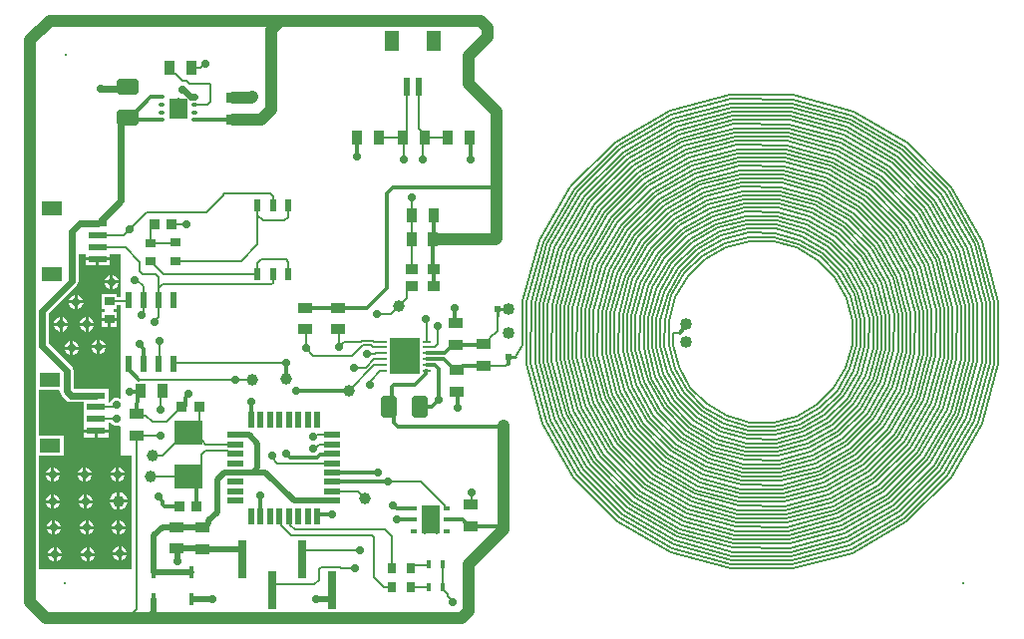
<source format=gtl>
G04*
G04 #@! TF.GenerationSoftware,Altium Limited,Altium Designer,23.7.1 (13)*
G04*
G04 Layer_Physical_Order=1*
G04 Layer_Color=255*
%FSLAX25Y25*%
%MOIN*%
G70*
G04*
G04 #@! TF.SameCoordinates,FE150CF2-D92F-4AEA-AE3F-07D5F2836877*
G04*
G04*
G04 #@! TF.FilePolarity,Positive*
G04*
G01*
G75*
%ADD10C,0.01000*%
%ADD15R,0.02400X0.02200*%
%ADD16R,0.04921X0.03347*%
%ADD17R,0.03347X0.04921*%
%ADD18R,0.01997X0.05756*%
%ADD19R,0.05756X0.01997*%
%ADD20R,0.09449X0.07874*%
%ADD21R,0.01811X0.04331*%
%ADD22R,0.02500X0.13156*%
%ADD23R,0.02197X0.04156*%
%ADD24R,0.04724X0.07087*%
%ADD25R,0.02362X0.06102*%
G04:AMPARAMS|DCode=26|XSize=55.12mil|YSize=70.87mil|CornerRadius=6.89mil|HoleSize=0mil|Usage=FLASHONLY|Rotation=180.000|XOffset=0mil|YOffset=0mil|HoleType=Round|Shape=RoundedRectangle|*
%AMROUNDEDRECTD26*
21,1,0.05512,0.05709,0,0,180.0*
21,1,0.04134,0.07087,0,0,180.0*
1,1,0.01378,-0.02067,0.02854*
1,1,0.01378,0.02067,0.02854*
1,1,0.01378,0.02067,-0.02854*
1,1,0.01378,-0.02067,-0.02854*
%
%ADD26ROUNDEDRECTD26*%
G04:AMPARAMS|DCode=27|XSize=55.12mil|YSize=70.87mil|CornerRadius=6.89mil|HoleSize=0mil|Usage=FLASHONLY|Rotation=270.000|XOffset=0mil|YOffset=0mil|HoleType=Round|Shape=RoundedRectangle|*
%AMROUNDEDRECTD27*
21,1,0.05512,0.05709,0,0,270.0*
21,1,0.04134,0.07087,0,0,270.0*
1,1,0.01378,-0.02854,-0.02067*
1,1,0.01378,-0.02854,0.02067*
1,1,0.01378,0.02854,0.02067*
1,1,0.01378,0.02854,-0.02067*
%
%ADD27ROUNDEDRECTD27*%
%ADD29R,0.02362X0.01575*%
%ADD30R,0.01600X0.02800*%
%ADD31R,0.06102X0.02362*%
%ADD32R,0.07087X0.04724*%
%ADD33R,0.04100X0.03700*%
G04:AMPARAMS|DCode=34|XSize=23.62mil|YSize=9.84mil|CornerRadius=1.23mil|HoleSize=0mil|Usage=FLASHONLY|Rotation=0.000|XOffset=0mil|YOffset=0mil|HoleType=Round|Shape=RoundedRectangle|*
%AMROUNDEDRECTD34*
21,1,0.02362,0.00738,0,0,0.0*
21,1,0.02116,0.00984,0,0,0.0*
1,1,0.00246,0.01058,-0.00369*
1,1,0.00246,-0.01058,-0.00369*
1,1,0.00246,-0.01058,0.00369*
1,1,0.00246,0.01058,0.00369*
%
%ADD34ROUNDEDRECTD34*%
%ADD35R,0.02197X0.05728*%
%ADD36R,0.02978X0.03200*%
%ADD37R,0.03200X0.02978*%
%ADD38R,0.03378X0.03200*%
%ADD61C,0.03937*%
%ADD62R,0.05906X0.06890*%
%ADD63O,0.02362X0.01181*%
%ADD64R,0.05906X0.09449*%
G04:AMPARAMS|DCode=65|XSize=102.36mil|YSize=118.11mil|CornerRadius=2.56mil|HoleSize=0mil|Usage=FLASHONLY|Rotation=0.000|XOffset=0mil|YOffset=0mil|HoleType=Round|Shape=RoundedRectangle|*
%AMROUNDEDRECTD65*
21,1,0.10236,0.11299,0,0,0.0*
21,1,0.09724,0.11811,0,0,0.0*
1,1,0.00512,0.04862,-0.05650*
1,1,0.00512,-0.04862,-0.05650*
1,1,0.00512,-0.04862,0.05650*
1,1,0.00512,0.04862,0.05650*
%
%ADD65ROUNDEDRECTD65*%
%ADD66C,0.01181*%
%ADD67C,0.01181*%
%ADD68C,0.00787*%
%ADD69C,0.00800*%
%ADD70C,0.03937*%
%ADD71C,0.00799*%
%ADD72C,0.01400*%
%ADD73C,0.02362*%
%ADD74C,0.01968*%
%ADD75C,0.01968*%
%ADD76C,0.02756*%
%ADD77C,0.04000*%
G36*
X33858Y121803D02*
Y111547D01*
X32521D01*
Y112615D01*
X27321D01*
Y107637D01*
X28321D01*
Y106537D01*
X27321D01*
Y104548D01*
X29921D01*
X32521D01*
Y106537D01*
X31521D01*
Y107637D01*
X32521D01*
Y108705D01*
X33858D01*
Y77910D01*
X33358Y77576D01*
X32847Y77787D01*
X31901D01*
X31027Y77425D01*
X30358Y76756D01*
X30095Y76122D01*
X29598D01*
Y80819D01*
X25762D01*
X25547Y80862D01*
X18010D01*
X17929Y80943D01*
Y86933D01*
X17929Y86933D01*
X17759Y87784D01*
X17277Y88506D01*
X17277Y88506D01*
X9704Y96079D01*
Y106012D01*
X19041Y115349D01*
X19041Y115349D01*
X19523Y116070D01*
X19692Y116921D01*
Y125984D01*
X21996D01*
Y124768D01*
X26047D01*
X30098D01*
Y125984D01*
X33858D01*
Y121803D01*
D02*
G37*
G36*
X13481Y80022D02*
X13650Y79171D01*
X14132Y78449D01*
X15516Y77065D01*
X15516Y77065D01*
X16238Y76583D01*
X17088Y76414D01*
X17088Y76414D01*
X21496D01*
Y72520D01*
Y68583D01*
Y67327D01*
X25547D01*
X29598D01*
Y69362D01*
X30550D01*
X31145Y68767D01*
X32019Y68405D01*
X32965D01*
X33358Y68568D01*
X33858Y68234D01*
Y58346D01*
X37575D01*
Y20472D01*
X6537D01*
Y58346D01*
X14736D01*
Y65071D01*
X6537D01*
Y80394D01*
X13174D01*
X13481Y80022D01*
D02*
G37*
%LPC*%
G36*
X30098Y123768D02*
X26547D01*
Y122087D01*
X30098D01*
Y123768D01*
D02*
G37*
G36*
X25547D02*
X21996D01*
Y122087D01*
X25547D01*
Y123768D01*
D02*
G37*
G36*
X31209Y118902D02*
Y117035D01*
X33075D01*
X32725Y117882D01*
X32056Y118551D01*
X31209Y118902D01*
D02*
G37*
G36*
X30209D02*
X29362Y118551D01*
X28693Y117882D01*
X28342Y117035D01*
X30209D01*
Y118902D01*
D02*
G37*
G36*
X33075Y116035D02*
X31209D01*
Y114169D01*
X32056Y114520D01*
X32725Y115188D01*
X33075Y116035D01*
D02*
G37*
G36*
X30209D02*
X28342D01*
X28693Y115188D01*
X29362Y114520D01*
X30209Y114169D01*
Y116035D01*
D02*
G37*
G36*
X19398Y112209D02*
Y110343D01*
X21264D01*
X20914Y111189D01*
X20245Y111858D01*
X19398Y112209D01*
D02*
G37*
G36*
X18398D02*
X17551Y111858D01*
X16882Y111189D01*
X16531Y110343D01*
X18398D01*
Y112209D01*
D02*
G37*
G36*
X21264Y109343D02*
X19398D01*
Y107476D01*
X20245Y107827D01*
X20914Y108495D01*
X21264Y109343D01*
D02*
G37*
G36*
X18398D02*
X16531D01*
X16882Y108495D01*
X17551Y107827D01*
X18398Y107476D01*
Y109343D01*
D02*
G37*
G36*
X22941Y104729D02*
Y102862D01*
X24808D01*
X24457Y103709D01*
X23788Y104378D01*
X22941Y104729D01*
D02*
G37*
G36*
X21941D02*
X21094Y104378D01*
X20425Y103709D01*
X20074Y102862D01*
X21941D01*
Y104729D01*
D02*
G37*
G36*
X14279D02*
Y102862D01*
X16146D01*
X15796Y103709D01*
X15126Y104378D01*
X14279Y104729D01*
D02*
G37*
G36*
X13280D02*
X12432Y104378D01*
X11764Y103709D01*
X11413Y102862D01*
X13280D01*
Y104729D01*
D02*
G37*
G36*
X32521Y103548D02*
X30421D01*
Y101559D01*
X32521D01*
Y103548D01*
D02*
G37*
G36*
X29421D02*
X27321D01*
Y101559D01*
X29421D01*
Y103548D01*
D02*
G37*
G36*
X24808Y101862D02*
X22941D01*
Y99995D01*
X23788Y100346D01*
X24457Y101015D01*
X24808Y101862D01*
D02*
G37*
G36*
X21941D02*
X20074D01*
X20425Y101015D01*
X21094Y100346D01*
X21941Y99995D01*
Y101862D01*
D02*
G37*
G36*
X16146D02*
X14279D01*
Y99995D01*
X15126Y100346D01*
X15796Y101015D01*
X16146Y101862D01*
D02*
G37*
G36*
X13280D02*
X11413D01*
X11764Y101015D01*
X12432Y100346D01*
X13280Y99995D01*
Y101862D01*
D02*
G37*
G36*
X26878Y97249D02*
Y95382D01*
X28745D01*
X28394Y96229D01*
X27725Y96898D01*
X26878Y97249D01*
D02*
G37*
G36*
X25878D02*
X25031Y96898D01*
X24362Y96229D01*
X24011Y95382D01*
X25878D01*
Y97249D01*
D02*
G37*
G36*
X17823Y96855D02*
Y94988D01*
X19690D01*
X19339Y95835D01*
X18670Y96504D01*
X17823Y96855D01*
D02*
G37*
G36*
X16823D02*
X15976Y96504D01*
X15307Y95835D01*
X14956Y94988D01*
X16823D01*
Y96855D01*
D02*
G37*
G36*
X28745Y94382D02*
X26878D01*
Y92515D01*
X27725Y92866D01*
X28394Y93535D01*
X28745Y94382D01*
D02*
G37*
G36*
X25878D02*
X24011D01*
X24362Y93535D01*
X25031Y92866D01*
X25878Y92515D01*
Y94382D01*
D02*
G37*
G36*
X19690Y93988D02*
X17823D01*
Y92121D01*
X18670Y92472D01*
X19339Y93141D01*
X19690Y93988D01*
D02*
G37*
G36*
X16823D02*
X14956D01*
X15307Y93141D01*
X15976Y92472D01*
X16823Y92121D01*
Y93988D01*
D02*
G37*
G36*
X29598Y66327D02*
X26047D01*
Y64646D01*
X29598D01*
Y66327D01*
D02*
G37*
G36*
X25047D02*
X21496D01*
Y64646D01*
X25047D01*
Y66327D01*
D02*
G37*
G36*
X33177Y54569D02*
Y52702D01*
X35044D01*
X34693Y53549D01*
X34024Y54218D01*
X33443Y54459D01*
D01*
X33177Y54569D01*
D02*
G37*
G36*
X32177D02*
X31330Y54218D01*
X30661Y53549D01*
X30310Y52702D01*
X32177D01*
Y54569D01*
D02*
G37*
G36*
X22153D02*
Y52702D01*
X24020D01*
X23670Y53549D01*
X23000Y54218D01*
X22153Y54569D01*
D02*
G37*
G36*
X21154D02*
X20306Y54218D01*
X19638Y53549D01*
X19287Y52702D01*
X21154D01*
Y54569D01*
D02*
G37*
G36*
X11524D02*
Y52702D01*
X13390D01*
X13039Y53549D01*
X12371Y54218D01*
X11524Y54569D01*
D02*
G37*
G36*
X10524D02*
X9677Y54218D01*
X9008Y53549D01*
X8657Y52702D01*
X10524D01*
Y54569D01*
D02*
G37*
G36*
X35044Y51702D02*
X33177D01*
Y49835D01*
X33443Y49945D01*
D01*
X34024Y50186D01*
X34693Y50855D01*
X35044Y51702D01*
D02*
G37*
G36*
X32177D02*
X30310D01*
X30661Y50855D01*
X31330Y50186D01*
X32177Y49835D01*
Y51702D01*
D02*
G37*
G36*
X24020D02*
X22153D01*
Y49835D01*
X23000Y50186D01*
X23670Y50855D01*
X24020Y51702D01*
D02*
G37*
G36*
X21154D02*
X19287D01*
X19638Y50855D01*
X20306Y50186D01*
X21154Y49835D01*
Y51702D01*
D02*
G37*
G36*
X13390D02*
X11524D01*
Y49835D01*
X12371Y50186D01*
X13039Y50855D01*
X13390Y51702D01*
D02*
G37*
G36*
X10524D02*
X8657D01*
X9008Y50855D01*
X9677Y50186D01*
X10524Y49835D01*
Y51702D01*
D02*
G37*
G36*
X33571Y46246D02*
Y43807D01*
X36010D01*
X35837Y44453D01*
X35446Y45130D01*
X34894Y45682D01*
X34217Y46073D01*
X33571Y46246D01*
D02*
G37*
G36*
X32571D02*
X31925Y46073D01*
X31248Y45682D01*
X30696Y45130D01*
X30305Y44453D01*
X30132Y43807D01*
X32571D01*
Y46246D01*
D02*
G37*
G36*
X22547Y45514D02*
Y43647D01*
X24414D01*
X24063Y44494D01*
X23394Y45163D01*
X22547Y45514D01*
D02*
G37*
G36*
X21547D02*
X20700Y45163D01*
X20031Y44494D01*
X19681Y43647D01*
X21547D01*
Y45514D01*
D02*
G37*
G36*
X11524D02*
Y43647D01*
X13390D01*
X13039Y44494D01*
X12371Y45163D01*
X11524Y45514D01*
D02*
G37*
G36*
X10524D02*
X9677Y45163D01*
X9008Y44494D01*
X8657Y43647D01*
X10524D01*
Y45514D01*
D02*
G37*
G36*
X24414Y42647D02*
X22547D01*
Y40780D01*
X23394Y41131D01*
X24063Y41800D01*
X24414Y42647D01*
D02*
G37*
G36*
X21547D02*
X19681D01*
X20031Y41800D01*
X20700Y41131D01*
X21547Y40780D01*
Y42647D01*
D02*
G37*
G36*
X13390D02*
X11524D01*
Y40780D01*
X12371Y41131D01*
X13039Y41800D01*
X13390Y42647D01*
D02*
G37*
G36*
X10524D02*
X8657D01*
X9008Y41800D01*
X9677Y41131D01*
X10524Y40780D01*
Y42647D01*
D02*
G37*
G36*
X36010Y42807D02*
X33571D01*
Y40368D01*
X34217Y40541D01*
X34894Y40932D01*
X35446Y41484D01*
X35837Y42161D01*
X36010Y42807D01*
D02*
G37*
G36*
X32571D02*
X30132D01*
X30305Y42161D01*
X30696Y41484D01*
X31248Y40932D01*
X31925Y40541D01*
X32571Y40368D01*
Y42807D01*
D02*
G37*
G36*
X33571Y36852D02*
Y34986D01*
X35438D01*
X35087Y35833D01*
X34418Y36502D01*
X33571Y36852D01*
D02*
G37*
G36*
X32571D02*
X31724Y36502D01*
X31055Y35833D01*
X30704Y34986D01*
X32571D01*
Y36852D01*
D02*
G37*
G36*
X22941D02*
Y34986D01*
X24808D01*
X24457Y35833D01*
X23788Y36502D01*
X22941Y36852D01*
D02*
G37*
G36*
X21941D02*
X21094Y36502D01*
X20425Y35833D01*
X20074Y34986D01*
X21941D01*
Y36852D01*
D02*
G37*
G36*
X11917D02*
Y34986D01*
X13784D01*
X13433Y35833D01*
X12764Y36502D01*
X11917Y36852D01*
D02*
G37*
G36*
X10917D02*
X10070Y36502D01*
X9401Y35833D01*
X9050Y34986D01*
X10917D01*
Y36852D01*
D02*
G37*
G36*
X35438Y33986D02*
X33571D01*
Y32119D01*
X34418Y32470D01*
X35087Y33138D01*
X35438Y33986D01*
D02*
G37*
G36*
X32571D02*
X30704D01*
X31055Y33138D01*
X31724Y32470D01*
X32571Y32119D01*
Y33986D01*
D02*
G37*
G36*
X24808D02*
X22941D01*
Y32119D01*
X23788Y32470D01*
X24457Y33138D01*
X24808Y33986D01*
D02*
G37*
G36*
X21941D02*
X20074D01*
X20425Y33138D01*
X21094Y32470D01*
X21941Y32119D01*
Y33986D01*
D02*
G37*
G36*
X13784D02*
X11917D01*
Y32119D01*
X12764Y32470D01*
X13433Y33138D01*
X13784Y33986D01*
D02*
G37*
G36*
X10917D02*
X9050D01*
X9401Y33138D01*
X10070Y32470D01*
X10917Y32119D01*
Y33986D01*
D02*
G37*
G36*
X33965Y28191D02*
Y26324D01*
X35831D01*
X35480Y27171D01*
X34812Y27840D01*
X33965Y28191D01*
D02*
G37*
G36*
X32965D02*
X32118Y27840D01*
X31449Y27171D01*
X31098Y26324D01*
X32965D01*
Y28191D01*
D02*
G37*
G36*
X23335Y27797D02*
Y25930D01*
X25201D01*
X24851Y26777D01*
X24182Y27446D01*
X23335Y27797D01*
D02*
G37*
G36*
X22335D02*
X21488Y27446D01*
X20819Y26777D01*
X20468Y25930D01*
X22335D01*
Y27797D01*
D02*
G37*
G36*
X12311D02*
Y25930D01*
X14178D01*
X13827Y26777D01*
X13158Y27446D01*
X12311Y27797D01*
D02*
G37*
G36*
X11311D02*
X10464Y27446D01*
X9795Y26777D01*
X9444Y25930D01*
X11311D01*
Y27797D01*
D02*
G37*
G36*
X35831Y25324D02*
X33965D01*
Y23457D01*
X34812Y23808D01*
X35480Y24477D01*
X35831Y25324D01*
D02*
G37*
G36*
X32965D02*
X31098D01*
X31449Y24477D01*
X32118Y23808D01*
X32965Y23457D01*
Y25324D01*
D02*
G37*
G36*
X25201Y24930D02*
X23335D01*
Y23064D01*
X24182Y23415D01*
X24851Y24083D01*
X25201Y24930D01*
D02*
G37*
G36*
X22335D02*
X20468D01*
X20819Y24083D01*
X21488Y23415D01*
X22335Y23064D01*
Y24930D01*
D02*
G37*
G36*
X14178D02*
X12311D01*
Y23064D01*
X13158Y23415D01*
X13827Y24083D01*
X14178Y24930D01*
D02*
G37*
G36*
X11311D02*
X9444D01*
X9795Y24083D01*
X10464Y23415D01*
X11311Y23064D01*
Y24930D01*
D02*
G37*
%LPD*%
D10*
X159611Y105266D02*
Y107547D01*
X163272D01*
X163285Y91547D02*
X165685D01*
D15*
X163285D02*
D03*
X159611Y107547D02*
D03*
D16*
X155118Y95768D02*
D03*
Y88484D02*
D03*
X95276Y100689D02*
D03*
Y107972D02*
D03*
X106299Y100689D02*
D03*
Y107972D02*
D03*
X146063Y79823D02*
D03*
Y87106D02*
D03*
X145669Y102854D02*
D03*
Y95571D02*
D03*
X52492Y27343D02*
D03*
Y34626D02*
D03*
X61122Y27327D02*
D03*
Y34610D02*
D03*
X38996Y72555D02*
D03*
Y65272D02*
D03*
X71437Y170988D02*
D03*
Y178272D02*
D03*
X150787Y42224D02*
D03*
Y34941D02*
D03*
D17*
X128248Y164961D02*
D03*
X135531D02*
D03*
X120177D02*
D03*
X112894D02*
D03*
X150492D02*
D03*
X143209D02*
D03*
X131150Y138957D02*
D03*
X138433D02*
D03*
X130968Y130972D02*
D03*
X138252D02*
D03*
X40547Y80079D02*
D03*
X47831D02*
D03*
X57268Y188126D02*
D03*
X49984D02*
D03*
D18*
X77362Y70602D02*
D03*
X80512D02*
D03*
X83661D02*
D03*
X86811D02*
D03*
X89961D02*
D03*
X93110D02*
D03*
X96260D02*
D03*
X99410D02*
D03*
Y38202D02*
D03*
X96260D02*
D03*
X93110D02*
D03*
X89961D02*
D03*
X86811D02*
D03*
X83661D02*
D03*
X80512D02*
D03*
X77362D02*
D03*
D19*
X104586Y65425D02*
D03*
Y62276D02*
D03*
Y59126D02*
D03*
Y55976D02*
D03*
Y52827D02*
D03*
Y49677D02*
D03*
Y46528D02*
D03*
Y43378D02*
D03*
X72186D02*
D03*
Y46528D02*
D03*
Y49677D02*
D03*
Y52827D02*
D03*
Y55976D02*
D03*
Y59126D02*
D03*
Y62276D02*
D03*
Y65425D02*
D03*
D20*
X56346Y66327D02*
D03*
Y51366D02*
D03*
D21*
X57480Y10433D02*
D03*
Y19488D02*
D03*
X44882Y10433D02*
D03*
Y19488D02*
D03*
D22*
X104547Y13565D02*
D03*
X94547Y23965D02*
D03*
X84547Y13565D02*
D03*
X74547Y23965D02*
D03*
D23*
X79528Y142209D02*
D03*
X84646D02*
D03*
X89764D02*
D03*
Y119209D02*
D03*
X84646D02*
D03*
X79528D02*
D03*
D24*
X124409Y197244D02*
D03*
X138583D02*
D03*
D25*
X129528Y181890D02*
D03*
X133465D02*
D03*
D26*
X133661Y74803D02*
D03*
X123425D02*
D03*
D27*
X36169Y171634D02*
D03*
Y181870D02*
D03*
D29*
X131890Y40945D02*
D03*
Y37008D02*
D03*
Y33071D02*
D03*
X142913D02*
D03*
Y37008D02*
D03*
Y40945D02*
D03*
D30*
X136626Y14567D02*
D03*
X141326D02*
D03*
X136626Y22047D02*
D03*
X141326D02*
D03*
D31*
X25547Y78638D02*
D03*
Y74701D02*
D03*
Y70764D02*
D03*
Y66827D02*
D03*
X26047Y136079D02*
D03*
Y132142D02*
D03*
Y128205D02*
D03*
Y124268D02*
D03*
D32*
X10193Y83756D02*
D03*
Y61709D02*
D03*
X10693Y141197D02*
D03*
Y119150D02*
D03*
D33*
X138287Y115260D02*
D03*
X131004D02*
D03*
Y120960D02*
D03*
X138287D02*
D03*
D34*
X136221Y92716D02*
D03*
Y86811D02*
D03*
Y88779D02*
D03*
Y90748D02*
D03*
Y94685D02*
D03*
Y96653D02*
D03*
X121260Y86811D02*
D03*
Y88779D02*
D03*
Y90748D02*
D03*
Y92716D02*
D03*
Y94685D02*
D03*
Y96653D02*
D03*
D35*
X36354Y89203D02*
D03*
X41354D02*
D03*
X46354D02*
D03*
X51354D02*
D03*
Y110631D02*
D03*
X46354D02*
D03*
X41354D02*
D03*
X36354D02*
D03*
D36*
X130598Y14567D02*
D03*
X124520D02*
D03*
X130598Y20866D02*
D03*
X124520D02*
D03*
D37*
X51925Y129744D02*
D03*
Y123666D02*
D03*
X29921Y104048D02*
D03*
Y110126D02*
D03*
X43728Y123532D02*
D03*
Y129610D02*
D03*
D38*
X59926Y74803D02*
D03*
X54248D02*
D03*
X59138Y41339D02*
D03*
X53460D02*
D03*
X50871Y135827D02*
D03*
X45193D02*
D03*
D61*
X115354Y44094D02*
D03*
X33071Y43307D02*
D03*
X126772Y108661D02*
D03*
X110004Y80315D02*
D03*
X44488Y58661D02*
D03*
X43701Y51575D02*
D03*
X77870Y83854D02*
D03*
X89098Y84110D02*
D03*
D62*
X52941Y174583D02*
D03*
D63*
X47429Y170744D02*
D03*
Y173303D02*
D03*
Y175862D02*
D03*
Y178421D02*
D03*
X58453D02*
D03*
Y175862D02*
D03*
Y173303D02*
D03*
Y170744D02*
D03*
D64*
X137402Y37008D02*
D03*
D65*
X128740Y91732D02*
D03*
D66*
X15157Y15748D02*
D03*
X315354D02*
D03*
X15264Y192642D02*
D03*
X132849Y91767D02*
D03*
X124606Y91732D02*
D03*
X128740Y86811D02*
D03*
Y96653D02*
D03*
D67*
X150492Y164961D02*
X150640Y164813D01*
Y157628D02*
Y164813D01*
Y157628D02*
X150787Y157480D01*
X163285Y89259D02*
Y91547D01*
X126378Y68110D02*
X161231D01*
X125000Y69488D02*
X126378Y68110D01*
X161231D02*
X161744Y68624D01*
X161520Y57027D02*
X161744D01*
X125000Y69488D02*
Y73228D01*
X123425Y74803D02*
X125000Y73228D01*
X136221Y90748D02*
X141634D01*
X145276Y87106D01*
X148228Y88484D02*
X155118D01*
X145669Y95571D02*
X154921D01*
X136221Y92716D02*
X142028D01*
X144882Y95571D01*
X145276Y103248D02*
Y107874D01*
X138287Y115260D02*
Y120960D01*
X138252Y120996D02*
Y130972D01*
Y120996D02*
X138287Y120960D01*
X138252Y130972D02*
X138342Y131063D01*
X125101Y82284D02*
X132114D01*
X123425Y74803D02*
X124409Y75787D01*
Y81592D01*
X125101Y82284D01*
X132114D02*
X135630Y85800D01*
Y86713D01*
X135728Y86811D01*
X136221D01*
X133661Y74803D02*
X137795D01*
X140157Y77165D01*
Y87402D01*
X138878Y88681D02*
X140157Y87402D01*
X136221Y88779D02*
X136319Y88681D01*
X137224D01*
X137224Y88681D01*
X138878D01*
X146539Y74650D02*
Y79347D01*
X159197Y130972D02*
X159803Y131579D01*
X126123Y40945D02*
X131890D01*
X119642Y52827D02*
X119685Y52870D01*
X104629Y49720D02*
X122957D01*
X92520Y80315D02*
X110004D01*
X125984Y37008D02*
X131890D01*
X150787Y34941D02*
X160071D01*
X142913Y37008D02*
X147933D01*
X150000Y34941D01*
X106299Y107972D02*
X116240D01*
X122835Y114567D02*
Y146063D01*
X116240Y107972D02*
X122835Y114567D01*
X95276Y107972D02*
X106299D01*
X124803Y148031D02*
X158705D01*
X159492Y148819D01*
X122835Y146063D02*
X124803Y148031D01*
X54531Y74520D02*
X55346Y75335D01*
Y77755D01*
X56299Y78708D01*
Y79134D01*
X59138Y41339D02*
Y48574D01*
X48374Y41510D02*
X53413D01*
X46457Y44456D02*
Y44882D01*
Y44456D02*
X47593Y43319D01*
Y42292D02*
Y43319D01*
Y42292D02*
X48374Y41510D01*
X58453Y170744D02*
X71193D01*
X71437Y170988D01*
X36957Y171634D02*
X43744Y178421D01*
X47429D01*
X37059Y170744D02*
X47429D01*
X99410Y38202D02*
Y38344D01*
X99817Y38752D01*
X104496D01*
X77341Y70623D02*
X77362Y70602D01*
X77341Y70623D02*
Y76356D01*
X77319Y76378D02*
X77341Y76356D01*
X39465Y78996D02*
X40465Y79996D01*
X40547Y80079D01*
X36740Y79996D02*
X40465D01*
X39465Y76468D02*
Y78996D01*
X38996Y76000D02*
X39465Y76468D01*
X38996Y72555D02*
Y76000D01*
X41354Y89203D02*
Y94334D01*
X40236Y95452D02*
X41354Y94334D01*
X40236Y95452D02*
Y95878D01*
X112894Y158453D02*
Y164961D01*
X112839Y158398D02*
X112894Y158453D01*
X80451Y38263D02*
X80512Y38202D01*
X80451Y38263D02*
Y45238D01*
X80390Y45299D02*
X80451Y45238D01*
X104586Y52827D02*
X119642D01*
X122957Y49720D02*
X123000Y49764D01*
X72146Y83917D02*
X72154Y83909D01*
X36354Y87438D02*
X39875Y83917D01*
X77842Y83882D02*
X77870Y83854D01*
X72154Y83909D02*
X72181Y83882D01*
X36354Y87438D02*
Y89203D01*
X88972Y59102D02*
X90381Y57694D01*
X99414D01*
X51354Y89203D02*
X51580Y89429D01*
X89083Y84126D02*
X89098Y84110D01*
X89083Y84126D02*
Y89413D01*
X89067Y89429D02*
X89083Y89413D01*
X104178Y58718D02*
X104586Y59126D01*
X100438Y58718D02*
X104178D01*
X99414Y57694D02*
X100438Y58718D01*
X104586Y49677D02*
X104629Y49720D01*
X138342Y138866D02*
X138433Y138957D01*
X138342Y131063D02*
Y138866D01*
D68*
X159611Y100261D02*
Y105266D01*
X157185Y97835D02*
X159611Y100261D01*
X155118Y95768D02*
X155905D01*
X157185Y97047D01*
Y97835D01*
X154921Y95571D02*
X155118Y95768D01*
X144882Y95571D02*
X145669D01*
X145276Y103248D02*
X145669Y102854D01*
X133465Y167815D02*
Y181890D01*
Y167815D02*
X135531Y165748D01*
Y164961D02*
Y165748D01*
X129528Y166240D02*
Y181890D01*
X128248Y164961D02*
X129528Y166240D01*
X134646Y164075D02*
X135531Y164961D01*
X134646Y157480D02*
Y164075D01*
X135531Y164961D02*
X143209D01*
X120177D02*
X128248D01*
X128347Y164862D01*
Y157480D02*
Y164862D01*
X143209Y164173D02*
Y164961D01*
X134646Y157480D02*
X135022Y157857D01*
X138779Y94685D02*
X139764Y95669D01*
Y101969D01*
X131004Y120960D02*
Y130937D01*
X130968Y130972D02*
X131004Y130937D01*
X130804Y115260D02*
X131004D01*
X129348Y113804D02*
X130804Y115260D01*
X129348Y111237D02*
Y113804D01*
X126772Y108661D02*
X129348Y111237D01*
X124016Y105905D02*
X126772Y108661D01*
X119291Y105905D02*
X124016D01*
X136122Y96653D02*
X136221D01*
X136024Y96752D02*
X136122Y96653D01*
X136024Y96752D02*
Y104134D01*
X135827Y104331D02*
X136024Y104134D01*
X136221Y94685D02*
X138779D01*
X146063Y79823D02*
X146539Y79347D01*
X123000Y49764D02*
X134252D01*
X142126Y41890D01*
Y41800D02*
Y41890D01*
Y41800D02*
X142126Y41800D01*
Y41339D02*
Y41800D01*
X124803Y41732D02*
X125336D01*
X126123Y40945D01*
X160071Y34941D02*
X161744Y36614D01*
X150000Y34941D02*
X150787D01*
X142520Y40945D02*
X142913D01*
X142126Y41339D02*
X142520Y40945D01*
X141326Y14567D02*
Y22047D01*
X130598Y20866D02*
X131626Y21894D01*
X136473D01*
X130598Y14567D02*
X136626D01*
X121653D02*
X124520D01*
X118504Y17717D02*
Y31102D01*
Y17717D02*
X121653Y14567D01*
X90686Y31929D02*
X117677D01*
X118504Y31102D01*
X124520Y20866D02*
Y31385D01*
Y20755D02*
Y20866D01*
X122150Y33756D02*
X124520Y31385D01*
X92009Y33756D02*
X122150D01*
X141326Y13967D02*
Y14567D01*
Y13967D02*
X142986Y12308D01*
Y11345D02*
Y12308D01*
Y11345D02*
X144882Y9449D01*
X120571Y86811D02*
X121260D01*
X117306Y83546D02*
X120571Y86811D01*
X117306Y82660D02*
Y83546D01*
X116929Y82284D02*
X117306Y82660D01*
X110004Y80315D02*
X118468Y88779D01*
X114001Y96653D02*
X114107Y96760D01*
X118152Y94685D02*
X121260D01*
X117365Y95472D02*
X118152Y94685D01*
X114107Y96760D02*
X118176D01*
X118283Y96653D02*
X121260D01*
X108540D02*
X114001D01*
X118176Y96760D02*
X118283Y96653D01*
X114640Y95472D02*
X117365D01*
X111097Y91929D02*
X114640Y95472D01*
X118468Y88779D02*
X121260D01*
X118712Y92520D02*
X118898Y92705D01*
X118546Y90748D02*
X121260D01*
X111811Y87795D02*
X115593D01*
X118546Y90748D01*
X118898Y92705D02*
X121248D01*
X116142Y92520D02*
X118712D01*
X133373Y88674D02*
Y88688D01*
X128740Y91732D02*
X130315D01*
X133373Y88674D01*
Y88688D02*
X133465Y88779D01*
X132864Y88165D02*
X133373Y88674D01*
X134671Y164961D02*
X134729D01*
X129051Y181413D02*
X129528Y181890D01*
X120177Y164173D02*
Y164961D01*
Y164173D02*
X121457Y162894D01*
X131118Y138988D02*
Y144882D01*
X95669Y94488D02*
X98228Y91929D01*
X111097D01*
X151110Y42547D02*
Y46303D01*
X106769Y94882D02*
X108540Y96653D01*
X106693Y94882D02*
X106769D01*
X95276Y100689D02*
X95669Y100295D01*
Y94488D02*
Y100295D01*
X106299Y100689D02*
X106693Y100295D01*
Y94882D02*
Y100295D01*
X121248Y92705D02*
X121260Y92716D01*
X57307Y64535D02*
X57723Y64951D01*
X56382Y66327D02*
X59926Y69870D01*
Y74803D01*
X56346Y66327D02*
X56382D01*
X56346Y51366D02*
X56346Y51366D01*
X56138Y51575D02*
X56346Y51366D01*
Y53157D01*
X43701Y51575D02*
X56138D01*
X56346Y64535D02*
X57307D01*
X44488Y58661D02*
X47894D01*
X55559Y66327D01*
X56346D01*
X49040Y69685D02*
X54159Y74803D01*
X44488Y69685D02*
X49040D01*
X38996Y72555D02*
X39555Y71997D01*
X42176D01*
X44488Y69685D01*
X54159Y74803D02*
X54248D01*
X39875Y83917D02*
X72146D01*
X56346Y51366D02*
X59138Y48574D01*
X104586Y46528D02*
X112921D01*
X115354Y44094D01*
X58453Y175862D02*
X62870D01*
X63689Y176681D02*
Y182846D01*
X62870Y175862D02*
X63689Y176681D01*
X47095Y73909D02*
Y79343D01*
X104547Y11486D02*
Y13565D01*
X103691Y10630D02*
X104547Y11486D01*
X57480Y10433D02*
X57677Y10630D01*
X100000Y16929D02*
Y20405D01*
X107469Y20866D02*
X112205D01*
X107011Y21324D02*
X107469Y20866D01*
X100919Y21324D02*
X107011D01*
X100000Y20405D02*
X100919Y21324D01*
X98425Y15354D02*
X100000Y16929D01*
X85404Y15354D02*
X98425D01*
X84547Y13565D02*
Y14498D01*
X85404Y15354D01*
X94547Y23965D02*
Y25935D01*
X95403Y26791D01*
X113634D01*
X123425Y19660D02*
X124520Y20755D01*
X123314Y19660D02*
X123425D01*
X34824Y132142D02*
X42408Y139726D01*
X46354Y110631D02*
X46457Y110734D01*
X46354Y104997D02*
Y110631D01*
X45150Y103793D02*
X46354Y104997D01*
X45150Y103260D02*
Y103793D01*
X29921Y110126D02*
X35849D01*
X36354Y110631D01*
X84646Y142209D02*
Y145276D01*
X83858Y146063D02*
X84646Y145276D01*
X67716D02*
X68504Y146063D01*
X83858D01*
X79528Y129134D02*
Y138976D01*
X89764Y138189D02*
Y142209D01*
X79528Y138976D02*
Y142209D01*
X80709Y124016D02*
X88976D01*
X88583Y137008D02*
X89764Y138189D01*
X79528Y138976D02*
X81496Y137008D01*
X88583D01*
X79528Y122835D02*
X80709Y124016D01*
X79528Y119209D02*
Y122835D01*
X74059Y123666D02*
X79528Y129134D01*
X84184Y115748D02*
X84646Y116209D01*
X89764Y119209D02*
Y123228D01*
X84646Y116209D02*
Y119209D01*
X88976Y124016D02*
X89764Y123228D01*
X48163Y119209D02*
X79528D01*
X51925Y123666D02*
X74059D01*
X47783Y115748D02*
X84184D01*
X50871Y135827D02*
X55905D01*
X43728Y129610D02*
X51791D01*
X51925Y129744D01*
X45103Y135827D02*
X45193D01*
X43897Y134620D02*
X45103Y135827D01*
X43897Y134531D02*
Y134620D01*
X43728Y134363D02*
X43897Y134531D01*
X43728Y129610D02*
Y134363D01*
X46457Y114422D02*
Y118110D01*
Y110734D02*
Y114422D01*
X47783Y115748D01*
X40945Y119291D02*
X45276D01*
X46457Y118110D01*
X40157Y120079D02*
X40945Y119291D01*
X35354Y128102D02*
X40157Y123299D01*
Y120079D02*
Y123299D01*
X39091Y117323D02*
X41354Y115059D01*
X38583Y117323D02*
X39091D01*
X41354Y110631D02*
Y115059D01*
Y105874D02*
Y110631D01*
X43839Y123532D02*
X48163Y119209D01*
X43728Y123532D02*
X43839D01*
X42408Y139726D02*
X62256D01*
X67716Y145187D01*
Y145276D01*
X54327Y183783D02*
X55778D01*
X49984Y187339D02*
Y188126D01*
Y187339D02*
X51264Y186059D01*
X55778Y183783D02*
X56715Y182846D01*
X63689D01*
X51264Y186059D02*
X52051D01*
X54327Y183783D01*
X57342Y54153D02*
X60348D01*
X56346Y53158D02*
X57342Y54153D01*
X57268Y188126D02*
X60278D01*
X61519Y189366D01*
X62051D01*
X26047Y132142D02*
X34824D01*
X58453Y175862D02*
X58528Y175787D01*
X131118Y138988D02*
X131150Y138957D01*
X150787Y42224D02*
X151110Y42547D01*
X25547Y74701D02*
X31133D01*
X31841Y75410D01*
X32374D01*
X40878Y105398D02*
X41354Y105874D01*
X25547Y70764D02*
X25567Y70784D01*
X32492D01*
X46634Y96653D02*
X46913Y96933D01*
X46634Y89483D02*
Y96653D01*
X38996Y7322D02*
Y65272D01*
X35906Y4231D02*
X38996Y7322D01*
Y65272D02*
X39024Y65299D01*
X47221D01*
X46354Y89203D02*
X46634Y89483D01*
X47095Y79343D02*
X47831Y80079D01*
X72181Y83882D02*
X77842D01*
X84264Y57717D02*
X86004Y55976D01*
X84264Y57717D02*
Y58406D01*
X86004Y55976D02*
X104586D01*
X51580Y89429D02*
X89067D01*
X131150Y131154D02*
Y138957D01*
X130968Y130972D02*
X131150Y131154D01*
X99387Y65425D02*
X104586D01*
X98741Y64780D02*
X99387Y65425D01*
X98209Y64780D02*
X98741D01*
X98642Y60844D02*
X100076Y62278D01*
X98110Y60844D02*
X98642D01*
X100076Y62278D02*
X104584D01*
X104586Y62276D01*
X86811Y38202D02*
X87416Y37597D01*
Y35200D02*
Y37597D01*
Y35200D02*
X90686Y31929D01*
X89961Y38202D02*
X90565Y37597D01*
Y35200D02*
Y37597D01*
Y35200D02*
X92009Y33756D01*
X26150Y128102D02*
X35354D01*
X26047Y128205D02*
X26150Y128102D01*
X136473Y21894D02*
X136626Y22047D01*
X62096Y60096D02*
X69336D01*
X60890Y58890D02*
X62096Y60096D01*
X69336D02*
X70306Y59126D01*
X72186D01*
X60890Y54969D02*
Y58890D01*
X72150Y62311D02*
X72186Y62276D01*
X62161Y62311D02*
X72150D01*
X56346Y64535D02*
X57342Y63540D01*
X60932D01*
X62161Y62311D01*
D69*
X162510Y88484D02*
X163285Y89259D01*
X155118Y88484D02*
X162510D01*
X145276Y87106D02*
X146063D01*
X146850D02*
X148228Y88484D01*
X146063Y87106D02*
X146850D01*
D70*
X161744Y57027D02*
Y68624D01*
Y36614D02*
Y57027D01*
X138342Y130972D02*
X159197D01*
X42913Y4231D02*
X147792D01*
X161744Y33734D02*
Y36614D01*
X159492Y148819D02*
Y173400D01*
Y131268D02*
Y148819D01*
X71437Y170988D02*
X80779D01*
X84031Y174240D01*
X35906Y4231D02*
X42913D01*
X3543Y9433D02*
Y197559D01*
X71437Y178272D02*
X77555D01*
X77807Y178524D01*
X150099Y22089D02*
X161744Y33734D01*
X147792Y4231D02*
X150099Y6538D01*
Y22089D01*
X156363Y198354D02*
Y201615D01*
X154057Y203921D02*
X156363Y201615D01*
X150099Y192089D02*
X156363Y198354D01*
X150099Y182793D02*
X159492Y173400D01*
X87113Y203921D02*
X154057D01*
X150099Y182793D02*
Y192089D01*
X8745Y4231D02*
X35906D01*
X9921Y203937D02*
X87098D01*
X87113Y203921D01*
X3543Y197559D02*
X9921Y203937D01*
X3543Y9433D02*
X8745Y4231D01*
X84031Y200839D02*
X87113Y203921D01*
X84031Y174240D02*
Y200839D01*
D71*
X163285Y91547D02*
X165685D01*
X168085Y95547D01*
Y99547D01*
X218435D02*
X220681D01*
X218377Y95646D02*
X218435Y99547D01*
X218377Y95646D02*
X220342Y88087D01*
X224204Y81281D01*
X229707Y75696D01*
X236481Y71717D01*
X244069Y69624D01*
X251956Y69566D01*
X259603Y71555D01*
X266489Y75463D01*
X272139Y81031D01*
X276164Y87885D01*
X278281Y95561D01*
X278339Y103540D01*
X276326Y111276D02*
X278339Y103540D01*
X272372Y118241D02*
X276326Y111276D01*
X266739Y123957D02*
X272372Y118241D01*
X259806Y128027D02*
X266739Y123957D01*
X252040Y130168D02*
X259806Y128027D01*
X243970Y130226D02*
X252040Y130168D01*
X236144Y128190D02*
X243970Y130226D01*
X229100Y124189D02*
X236144Y128190D01*
X223319Y118491D02*
X229100Y124189D01*
X219203Y111478D02*
X223319Y118491D01*
X217038Y103624D02*
X219203Y111478D01*
X216980Y95462D02*
X217038Y103624D01*
X216980Y95462D02*
X219040Y87548D01*
X223086Y80423D01*
X228849Y74578D01*
X235942Y70416D01*
X243885Y68227D01*
X252140Y68169D01*
X260143Y70253D01*
X267347Y74345D01*
X273257Y80173D01*
X277465Y87345D01*
X279678Y95377D01*
X279736Y103724D01*
X277628Y111815D02*
X279736Y103724D01*
X273490Y119099D02*
X277628Y111815D01*
X267597Y125075D02*
X273490Y119099D01*
X260345Y129329D02*
X267597Y125075D01*
X252224Y131565D02*
X260345Y129329D01*
X243786Y131623D02*
X252224Y131565D01*
X235605Y129491D02*
X243786Y131623D01*
X228242Y125307D02*
X235605Y129491D01*
X222201Y119349D02*
X228242Y125307D01*
X217901Y112018D02*
X222201Y119349D01*
X215641Y103808D02*
X217901Y112018D01*
X215583Y95278D02*
X215641Y103808D01*
X215583Y95278D02*
X217739Y87008D01*
X221969Y79565D01*
X227992Y73460D01*
X235403Y69114D01*
X243702Y66830D01*
X252324Y66772D01*
X260682Y68951D01*
X268204Y73227D01*
X274375Y79315D01*
X278767Y86806D01*
X281075Y95193D01*
X281133Y103908D01*
X278930Y112355D02*
X281133Y103908D01*
X274608Y119957D02*
X278930Y112355D01*
X268455Y126192D02*
X274608Y119957D01*
X260884Y130631D02*
X268455Y126192D01*
X252408Y132962D02*
X260884Y130631D01*
X243602Y133020D02*
X252408Y132962D01*
X235066Y130793D02*
X243602Y133020D01*
X227384Y126425D02*
X235066Y130793D01*
X221084Y120207D02*
X227384Y126425D01*
X216599Y112557D02*
X221084Y120207D01*
X214244Y103992D02*
X216599Y112557D01*
X214186Y95094D02*
X214244Y103992D01*
X214186Y95094D02*
X216437Y86469D01*
X220851Y78707D01*
X227134Y72342D01*
X234864Y67812D01*
X243518Y65433D01*
X252508Y65375D01*
X261221Y67649D01*
X269062Y72109D01*
X275493Y78457D01*
X280069Y86267D01*
X282472Y95009D01*
X282530Y104092D01*
X280232Y112894D02*
X282530Y104092D01*
X275726Y120815D02*
X280232Y112894D01*
X269313Y127310D02*
X275726Y120815D01*
X261423Y131932D02*
X269313Y127310D01*
X252592Y134359D02*
X261423Y131932D01*
X243418Y134417D02*
X252592Y134359D01*
X234527Y132095D02*
X243418Y134417D01*
X226526Y127543D02*
X234527Y132095D01*
X219966Y121065D02*
X226526Y127543D01*
X215298Y113096D02*
X219966Y121065D01*
X212847Y104176D02*
X215298Y113096D01*
X212789Y94910D02*
X212847Y104176D01*
X212789Y94910D02*
X215135Y85930D01*
X219733Y77850D01*
X226276Y71224D01*
X234325Y66510D01*
X243334Y64036D01*
X252692Y63978D01*
X261760Y66347D01*
X269920Y70991D01*
X276611Y77600D01*
X281371Y85728D01*
X283869Y94826D01*
X283927Y104275D01*
X281533Y113433D02*
X283927Y104275D01*
X276844Y121672D02*
X281533Y113433D01*
X270170Y128428D02*
X276844Y121672D01*
X261963Y133234D02*
X270170Y128428D01*
X252776Y135756D02*
X261963Y133234D01*
X243234Y135814D02*
X252776Y135756D01*
X233987Y133397D02*
X243234Y135814D01*
X225669Y128661D02*
X233987Y133397D01*
X218848Y121923D02*
X225669Y128661D01*
X213996Y113635D02*
X218848Y121923D01*
X211450Y104360D02*
X213996Y113635D01*
X211392Y94726D02*
X211450Y104360D01*
X211392Y94726D02*
X213833Y85391D01*
X218615Y76992D01*
X225418Y70106D01*
X233785Y65208D01*
X243150Y62639D01*
X252875Y62581D01*
X262299Y65046D01*
X270778Y69873D01*
X277729Y76742D01*
X282673Y85189D01*
X285266Y94642D01*
X285324Y104459D01*
X282835Y113972D02*
X285324Y104459D01*
X277961Y122530D02*
X282835Y113972D01*
X271028Y129546D02*
X277961Y122530D01*
X262502Y134536D02*
X271028Y129546D01*
X252960Y137153D02*
X262502Y134536D01*
X243050Y137211D02*
X252960Y137153D01*
X233448Y134699D02*
X243050Y137211D01*
X224811Y129779D02*
X233448Y134699D01*
X217730Y122780D02*
X224811Y129779D01*
X212694Y114174D02*
X217730Y122780D01*
X210053Y104544D02*
X212694Y114174D01*
X209995Y94542D02*
X210053Y104544D01*
X209995Y94542D02*
X212531Y84851D01*
X217497Y76134D01*
X224560Y68988D01*
X233246Y63907D01*
X242966Y61242D01*
X253059Y61184D01*
X262839Y63744D01*
X271636Y68756D01*
X278847Y75884D01*
X283974Y84649D01*
X286663Y94458D01*
X286721Y104643D01*
X284137Y114512D02*
X286721Y104643D01*
X279079Y123388D02*
X284137Y114512D01*
X271886Y130664D02*
X279079Y123388D01*
X263041Y135838D02*
X271886Y130664D01*
X253144Y138550D02*
X263041Y135838D01*
X242866Y138608D02*
X253144Y138550D01*
X232909Y136000D02*
X242866Y138608D01*
X223953Y130897D02*
X232909Y136000D01*
X216612Y123638D02*
X223953Y130897D01*
X211392Y114714D02*
X216612Y123638D01*
X208656Y104727D02*
X211392Y114714D01*
X208598Y94358D02*
X208656Y104727D01*
X208598Y94358D02*
X211229Y84312D01*
X216379Y75276D01*
X223703Y67870D01*
X232707Y62605D01*
X242782Y59845D01*
X253243Y59787D01*
X263378Y62442D01*
X272493Y67638D01*
X279964Y75026D01*
X285276Y84110D01*
X288060Y94274D01*
X288118Y104827D01*
X285439Y115051D02*
X288118Y104827D01*
X280197Y124246D02*
X285439Y115051D01*
X272744Y131782D02*
X280197Y124246D01*
X263580Y137139D02*
X272744Y131782D01*
X253327Y139947D02*
X263580Y137139D01*
X242682Y140005D02*
X253327Y139947D01*
X232370Y137302D02*
X242682Y140005D01*
X223095Y132015D02*
X232370Y137302D01*
X215494Y124496D02*
X223095Y132015D01*
X210090Y115253D02*
X215494Y124496D01*
X207259Y104911D02*
X210090Y115253D01*
X207201Y94174D02*
X207259Y104911D01*
X207201Y94174D02*
X209928Y83773D01*
X215261Y74419D01*
X222845Y66753D01*
X232168Y61303D01*
X242598Y58448D01*
X253427Y58390D01*
X263917Y61140D01*
X273351Y66520D01*
X281082Y74168D01*
X286578Y83571D01*
X289457Y94090D01*
X289515Y105011D01*
X286741Y115590D02*
X289515Y105011D01*
X281315Y125104D02*
X286741Y115590D01*
X273601Y132900D02*
X281315Y125104D01*
X264119Y138441D02*
X273601Y132900D01*
X253512Y141344D02*
X264119Y138441D01*
X242498Y141402D02*
X253512Y141344D01*
X231831Y138604D02*
X242498Y141402D01*
X222237Y133133D02*
X231831Y138604D01*
X214376Y125354D02*
X222237Y133133D01*
X208789Y115792D02*
X214376Y125354D01*
X205862Y105095D02*
X208789Y115792D01*
X205804Y93990D02*
X205862Y105095D01*
X205804Y93990D02*
X208626Y83234D01*
X214143Y73561D01*
X221987Y65635D01*
X231628Y60001D01*
X242414Y57051D01*
X253611Y56993D01*
X264456Y59838D01*
X274209Y65402D01*
X282200Y73311D01*
X287880Y83032D01*
X290854Y93906D01*
X290912Y105195D01*
X288042Y116129D02*
X290912Y105195D01*
X282433Y125961D02*
X288042Y116129D01*
X274459Y134018D02*
X282433Y125961D01*
X264659Y139743D02*
X274459Y134018D01*
X253695Y142741D02*
X264659Y139743D01*
X242314Y142799D02*
X253695Y142741D01*
X231291Y139906D02*
X242314Y142799D01*
X221380Y134250D02*
X231291Y139906D01*
X213258Y126212D02*
X221380Y134250D01*
X207487Y116331D02*
X213258Y126212D01*
X204465Y105279D02*
X207487Y116331D01*
X204407Y93806D02*
X204465Y105279D01*
X204407Y93806D02*
X207324Y82695D01*
X213025Y72703D01*
X221129Y64517D01*
X231089Y58699D01*
X242230Y55654D01*
X253795Y55596D01*
X264996Y58537D01*
X275067Y64284D01*
X283318Y72453D01*
X289181Y82492D01*
X292251Y93722D01*
X292309Y105379D01*
X289344Y116668D02*
X292309Y105379D01*
X283551Y126819D02*
X289344Y116668D01*
X275317Y135135D02*
X283551Y126819D01*
X265198Y141045D02*
X275317Y135135D01*
X253879Y144138D02*
X265198Y141045D01*
X242130Y144196D02*
X253879Y144138D01*
X230752Y141208D02*
X242130Y144196D01*
X220522Y135368D02*
X230752Y141208D01*
X212140Y127069D02*
X220522Y135368D01*
X206185Y116871D02*
X212140Y127069D01*
X203068Y105463D02*
X206185Y116871D01*
X203010Y93622D02*
X203068Y105463D01*
X203010Y93622D02*
X206022Y82155D01*
X211908Y71845D01*
X220272Y63399D01*
X230550Y57398D01*
X242046Y54257D01*
X253979Y54199D01*
X265535Y57235D01*
X275924Y63166D01*
X284436Y71595D01*
X290483Y81953D01*
X293648Y93538D01*
X293706Y105563D01*
X290646Y117208D02*
X293706Y105563D01*
X284669Y127677D02*
X290646Y117208D01*
X276175Y136253D02*
X284669Y127677D01*
X265737Y142347D02*
X276175Y136253D01*
X254063Y145535D02*
X265737Y142347D01*
X241947Y145593D02*
X254063Y145535D01*
X230213Y142509D02*
X241947Y145593D01*
X219664Y136486D02*
X230213Y142509D01*
X211023Y127927D02*
X219664Y136486D01*
X204883Y117410D02*
X211023Y127927D01*
X201671Y105647D02*
X204883Y117410D01*
X201613Y93439D02*
X201671Y105647D01*
X201613Y93439D02*
X204721Y81616D01*
X210790Y70987D01*
X219414Y62281D01*
X230011Y56096D01*
X241862Y52860D01*
X254163Y52802D01*
X266074Y55933D01*
X276782Y62048D01*
X285554Y70737D01*
X291785Y81414D01*
X295045Y93354D01*
X295103Y105747D01*
X291948Y117747D02*
X295103Y105747D01*
X285787Y128535D02*
X291948Y117747D01*
X277032Y137371D02*
X285787Y128535D01*
X266276Y143649D02*
X277032Y137371D01*
X254247Y146932D02*
X266276Y143649D01*
X241763Y146990D02*
X254247Y146932D01*
X229674Y143811D02*
X241763Y146990D01*
X218806Y137604D02*
X229674Y143811D01*
X209905Y128785D02*
X218806Y137604D01*
X203582Y117949D02*
X209905Y128785D01*
X200274Y105831D02*
X203582Y117949D01*
X200216Y93255D02*
X200274Y105831D01*
X200216Y93255D02*
X203419Y81077D01*
X209672Y70130D01*
X218556Y61163D01*
X229472Y54794D01*
X241678Y51463D01*
X254347Y51405D01*
X266613Y54631D01*
X277640Y60930D01*
X286672Y69880D01*
X293087Y80875D01*
X296442Y93170D01*
X296500Y105931D01*
X293250Y118286D02*
X296500Y105931D01*
X286905Y129393D02*
X293250Y118286D01*
X277890Y138489D02*
X286905Y129393D01*
X266815Y144950D02*
X277890Y138489D01*
X254431Y148329D02*
X266815Y144950D01*
X241579Y148387D02*
X254431Y148329D01*
X229134Y145113D02*
X241579Y148387D01*
X217949Y138722D02*
X229134Y145113D01*
X208787Y129643D02*
X217949Y138722D01*
X202280Y118488D02*
X208787Y129643D01*
X198877Y106015D02*
X202280Y118488D01*
X198819Y93071D02*
X198877Y106015D01*
X198819Y93071D02*
X202117Y80538D01*
X208554Y69272D01*
X217698Y60045D01*
X228932Y53492D01*
X241494Y50066D01*
X254531Y50008D01*
X267153Y53329D01*
X278498Y59812D01*
X287790Y69022D01*
X294389Y80335D01*
X297839Y92986D01*
X297897Y106115D01*
X294551Y118825D02*
X297897Y106115D01*
X288022Y130250D02*
X294551Y118825D01*
X278748Y139607D02*
X288022Y130250D01*
X267355Y146252D02*
X278748Y139607D01*
X254615Y149726D02*
X267355Y146252D01*
X241395Y149784D02*
X254615Y149726D01*
X228595Y146415D02*
X241395Y149784D01*
X217091Y139840D02*
X228595Y146415D01*
X207669Y130500D02*
X217091Y139840D01*
X200978Y119027D02*
X207669Y130500D01*
X197480Y106199D02*
X200978Y119027D01*
X197422Y92887D02*
X197480Y106199D01*
X197422Y92887D02*
X200815Y79998D01*
X207436Y68414D01*
X216841Y58928D01*
X228393Y52190D01*
X241311Y48669D01*
X254715Y48611D01*
X267692Y52028D01*
X279356Y58695D01*
X288907Y68164D01*
X295690Y79796D01*
X299236Y92803D01*
X299294Y106298D01*
X295853Y119365D02*
X299294Y106298D01*
X289140Y131108D02*
X295853Y119365D01*
X279606Y140725D02*
X289140Y131108D01*
X267894Y147554D02*
X279606Y140725D01*
X254799Y151123D02*
X267894Y147554D01*
X241211Y151181D02*
X254799Y151123D01*
X228056Y147717D02*
X241211Y151181D01*
X216233Y140958D02*
X228056Y147717D01*
X206551Y131358D02*
X216233Y140958D01*
X199676Y119567D02*
X206551Y131358D01*
X196083Y106383D02*
X199676Y119567D01*
X196025Y92703D02*
X196083Y106383D01*
X196025Y92703D02*
X199513Y79459D01*
X206318Y67556D01*
X215983Y57810D01*
X227854Y50889D01*
X241127Y47272D01*
X254899Y47214D01*
X268231Y50726D01*
X280213Y57577D01*
X290025Y67306D01*
X296992Y79257D01*
X300633Y92619D01*
X300691Y106482D01*
X297155Y119904D02*
X300691Y106482D01*
X290258Y131966D02*
X297155Y119904D01*
X280464Y141843D02*
X290258Y131966D01*
X268433Y148856D02*
X280464Y141843D01*
X254983Y152520D02*
X268433Y148856D01*
X241027Y152578D02*
X254983Y152520D01*
X227517Y149018D02*
X241027Y152578D01*
X215375Y142076D02*
X227517Y149018D01*
X205433Y132216D02*
X215375Y142076D01*
X198374Y120106D02*
X205433Y132216D01*
X194686Y106567D02*
X198374Y120106D01*
X194628Y92519D02*
X194686Y106567D01*
X194628Y92519D02*
X198212Y78920D01*
X205200Y66699D01*
X215125Y56692D01*
X227315Y49587D01*
X240943Y45875D01*
X255082Y45817D01*
X268770Y49424D01*
X281071Y56459D01*
X291143Y66448D01*
X298294Y78718D01*
X302030Y92435D01*
X302088Y106666D01*
X298457Y120443D02*
X302088Y106666D01*
X291376Y132824D02*
X298457Y120443D01*
X281321Y142961D02*
X291376Y132824D01*
X268972Y150157D02*
X281321Y142961D01*
X255167Y153917D02*
X268972Y150157D01*
X240843Y153975D02*
X255167Y153917D01*
X226978Y150320D02*
X240843Y153975D01*
X214517Y143193D02*
X226978Y150320D01*
X204315Y133074D02*
X214517Y143193D01*
X197073Y120645D02*
X204315Y133074D01*
X193289Y106751D02*
X197073Y120645D01*
X193231Y92335D02*
X193289Y106751D01*
X193231Y92335D02*
X196910Y78381D01*
X204082Y65841D01*
X214267Y55574D01*
X226776Y48285D01*
X240759Y44478D01*
X255266Y44420D01*
X269309Y48122D01*
X281929Y55341D01*
X292261Y65591D01*
X299596Y78179D01*
X303427Y92251D01*
X303485Y106850D01*
X299759Y120982D02*
X303485Y106850D01*
X292494Y133681D02*
X299759Y120982D01*
X282179Y144078D02*
X292494Y133681D01*
X269512Y151459D02*
X282179Y144078D01*
X255351Y155314D02*
X269512Y151459D01*
X240659Y155372D02*
X255351Y155314D01*
X226438Y151622D02*
X240659Y155372D01*
X213660Y144311D02*
X226438Y151622D01*
X203198Y133932D02*
X213660Y144311D01*
X195771Y121184D02*
X203198Y133932D01*
X191892Y106934D02*
X195771Y121184D01*
X191834Y92151D02*
X191892Y106934D01*
X191834Y92151D02*
X195608Y77842D01*
X202965Y64983D01*
X213409Y54456D01*
X226236Y46983D01*
X240575Y43081D01*
X255450Y43023D01*
X269849Y46821D01*
X282787Y54223D01*
X293379Y64733D01*
X300898Y77639D01*
X304824Y92067D01*
X304882Y107034D01*
X301060Y121521D02*
X304882Y107034D01*
X293612Y134539D02*
X301060Y121521D01*
X283037Y145196D02*
X293612Y134539D01*
X270051Y152761D02*
X283037Y145196D01*
X255535Y156711D02*
X270051Y152761D01*
X240475Y156769D02*
X255535Y156711D01*
X225899Y152924D02*
X240475Y156769D01*
X212802Y145429D02*
X225899Y152924D01*
X202080Y134789D02*
X212802Y145429D01*
X194469Y121724D02*
X202080Y134789D01*
X190495Y107118D02*
X194469Y121724D01*
X190437Y91967D02*
X190495Y107118D01*
X190437Y91967D02*
X194306Y77302D01*
X201847Y64125D01*
X212552Y53338D01*
X225697Y45681D01*
X240391Y41684D01*
X255634Y41626D01*
X270388Y45519D01*
X283645Y53105D01*
X294497Y63875D01*
X302200Y77100D01*
X306221Y91883D01*
X306279Y107218D01*
X302362Y122061D02*
X306279Y107218D01*
X294730Y135397D02*
X302362Y122061D01*
X283895Y146314D02*
X294730Y135397D01*
X270590Y154063D02*
X283895Y146314D01*
X255718Y158108D02*
X270590Y154063D01*
X240291Y158166D02*
X255718Y158108D01*
X225360Y154226D02*
X240291Y158166D01*
X211944Y146547D02*
X225360Y154226D01*
X200962Y135647D02*
X211944Y146547D01*
X193167Y122263D02*
X200962Y135647D01*
X189098Y107302D02*
X193167Y122263D01*
X189040Y91783D02*
X189098Y107302D01*
X189040Y91783D02*
X193004Y76763D01*
X200729Y63267D01*
X211694Y52220D01*
X225158Y44380D01*
X240207Y40287D01*
X255818Y40229D01*
X270927Y44217D01*
X284502Y51987D01*
X295615Y63017D01*
X303501Y76561D01*
X307618Y91699D01*
X307676Y107402D01*
X303664Y122600D02*
X307676Y107402D01*
X295848Y136255D02*
X303664Y122600D01*
X284752Y147432D02*
X295848Y136255D01*
X271129Y155365D02*
X284752Y147432D01*
X255902Y159505D02*
X271129Y155365D01*
X240107Y159563D02*
X255902Y159505D01*
X224821Y155527D02*
X240107Y159563D01*
X211086Y147665D02*
X224821Y155527D01*
X199844Y136505D02*
X211086Y147665D01*
X191865Y122802D02*
X199844Y136505D01*
X187701Y107486D02*
X191865Y122802D01*
X187643Y91599D02*
X187701Y107486D01*
X187643Y91599D02*
X191703Y76224D01*
X199611Y62410D01*
X210836Y51102D01*
X224619Y43078D01*
X240023Y38890D01*
X256002Y38832D01*
X271466Y42915D01*
X285360Y50869D01*
X296732Y62160D01*
X304803Y76022D01*
X309015Y91515D01*
X309073Y107586D01*
X304966Y123139D02*
X309073Y107586D01*
X296965Y137112D02*
X304966Y123139D01*
X285610Y148550D02*
X296965Y137112D01*
X271669Y156666D02*
X285610Y148550D01*
X256086Y160902D02*
X271669Y156666D01*
X239924Y160960D02*
X256086Y160902D01*
X224282Y156829D02*
X239924Y160960D01*
X210228Y148783D02*
X224282Y156829D01*
X198726Y137363D02*
X210228Y148783D01*
X190563Y123341D02*
X198726Y137363D01*
X186304Y107670D02*
X190563Y123341D01*
X186246Y91415D02*
X186304Y107670D01*
X186246Y91415D02*
X190401Y75685D01*
X198493Y61552D01*
X209978Y49984D01*
X224079Y41776D01*
X239839Y37493D01*
X256186Y37435D01*
X272006Y41613D01*
X286218Y49751D01*
X297850Y61302D01*
X306105Y75482D01*
X310412Y91331D01*
X310470Y107770D01*
X306268Y123678D02*
X310470Y107770D01*
X298083Y137970D02*
X306268Y123678D01*
X286468Y149668D02*
X298083Y137970D01*
X272208Y157968D02*
X286468Y149668D01*
X256270Y162299D02*
X272208Y157968D01*
X239740Y162357D02*
X256270Y162299D01*
X223742Y158131D02*
X239740Y162357D01*
X209371Y149901D02*
X223742Y158131D01*
X197608Y138220D02*
X209371Y149901D01*
X189262Y123881D02*
X197608Y138220D01*
X184907Y107854D02*
X189262Y123881D01*
X184849Y91232D02*
X184907Y107854D01*
X184849Y91232D02*
X189099Y75146D01*
X197375Y60694D01*
X209120Y48867D01*
X223540Y40474D01*
X239655Y36096D01*
X256370Y36038D01*
X272545Y40312D01*
X287076Y48634D01*
X298968Y60444D01*
X307407Y74943D01*
X311809Y91147D01*
X311867Y107954D01*
X307569Y124217D02*
X311867Y107954D01*
X299201Y138828D02*
X307569Y124217D01*
X287326Y150786D02*
X299201Y138828D01*
X272747Y159270D02*
X287326Y150786D01*
X256454Y163696D02*
X272747Y159270D01*
X239556Y163754D02*
X256454Y163696D01*
X223203Y159433D02*
X239556Y163754D01*
X208513Y151019D02*
X223203Y159433D01*
X196490Y139078D02*
X208513Y151019D01*
X187960Y124420D02*
X196490Y139078D01*
X183510Y108038D02*
X187960Y124420D01*
X183452Y91048D02*
X183510Y108038D01*
X183452Y91048D02*
X187797Y74606D01*
X196257Y59836D01*
X208263Y47749D01*
X223001Y39172D01*
X239471Y34699D01*
X256554Y34641D01*
X273084Y39010D01*
X287933Y47516D01*
X300086Y59586D01*
X308708Y74404D01*
X313206Y90963D01*
X313264Y108138D01*
X308871Y124757D02*
X313264Y108138D01*
X300319Y139686D02*
X308871Y124757D01*
X288184Y151904D02*
X300319Y139686D01*
X273286Y160572D02*
X288184Y151904D01*
X256638Y165093D02*
X273286Y160572D01*
X239372Y165151D02*
X256638Y165093D01*
X222664Y160735D02*
X239372Y165151D01*
X207655Y152137D02*
X222664Y160735D01*
X195372Y139936D02*
X207655Y152137D01*
X186658Y124959D02*
X195372Y139936D01*
X182113Y108222D02*
X186658Y124959D01*
X182055Y90864D02*
X182113Y108222D01*
X182055Y90864D02*
X186495Y74067D01*
X195140Y58979D01*
X207405Y46631D01*
X222462Y37871D01*
X239287Y33302D01*
X256738Y33244D01*
X273623Y37708D01*
X288791Y46398D01*
X301204Y58728D01*
X310010Y73865D01*
X314603Y90779D01*
X314661Y108322D01*
X310173Y125296D02*
X314661Y108322D01*
X301437Y140544D02*
X310173Y125296D01*
X289041Y153022D02*
X301437Y140544D01*
X273825Y161874D02*
X289041Y153022D01*
X256822Y166490D02*
X273825Y161874D01*
X239188Y166548D02*
X256822Y166490D01*
X222125Y162036D02*
X239188Y166548D01*
X206797Y153254D02*
X222125Y162036D01*
X194255Y140794D02*
X206797Y153254D01*
X185356Y125498D02*
X194255Y140794D01*
X180716Y108406D02*
X185356Y125498D01*
X180658Y90680D02*
X180716Y108406D01*
X180658Y90680D02*
X185194Y73528D01*
X194022Y58121D01*
X206547Y45513D01*
X221922Y36569D01*
X239104Y31905D01*
X256922Y31847D01*
X274162Y36406D01*
X289649Y45280D01*
X302322Y57871D01*
X311312Y73326D01*
X316000Y90596D01*
X316058Y108505D01*
X311475Y125835D02*
X316058Y108505D01*
X302555Y141401D02*
X311475Y125835D01*
X289899Y154139D02*
X302555Y141401D01*
X274365Y163175D02*
X289899Y154139D01*
X257006Y167887D02*
X274365Y163175D01*
X239004Y167945D02*
X257006Y167887D01*
X221585Y163338D02*
X239004Y167945D01*
X205940Y154372D02*
X221585Y163338D01*
X193137Y141651D02*
X205940Y154372D01*
X184055Y126037D02*
X193137Y141651D01*
X179319Y108590D02*
X184055Y126037D01*
X179261Y90496D02*
X179319Y108590D01*
X179261Y90496D02*
X183892Y72989D01*
X192904Y57263D01*
X205689Y44395D01*
X221383Y35267D01*
X238920Y30508D01*
X257105Y30450D01*
X274702Y35104D01*
X290507Y44162D01*
X303440Y57013D01*
X312614Y72786D01*
X317397Y90412D01*
X317455Y108689D01*
X312777Y126374D02*
X317455Y108689D01*
X303673Y142259D02*
X312777Y126374D01*
X290757Y155257D02*
X303673Y142259D01*
X274904Y164477D02*
X290757Y155257D01*
X257190Y169284D02*
X274904Y164477D01*
X238820Y169342D02*
X257190Y169284D01*
X221046Y164640D02*
X238820Y169342D01*
X205082Y155490D02*
X221046Y164640D01*
X192019Y142509D02*
X205082Y155490D01*
X182753Y126577D02*
X192019Y142509D01*
X177922Y108774D02*
X182753Y126577D01*
X177864Y90312D02*
X177922Y108774D01*
X177864Y90312D02*
X182590Y72449D01*
X191786Y56405D01*
X204832Y43277D01*
X220844Y33965D01*
X238736Y29111D01*
X257289Y29053D01*
X275241Y33803D01*
X291365Y43044D01*
X304558Y56155D01*
X313916Y72247D01*
X318794Y90228D01*
X318852Y108873D01*
X314078Y126914D02*
X318852Y108873D01*
X304791Y143117D02*
X314078Y126914D01*
X291615Y156375D02*
X304791Y143117D01*
X275443Y165779D02*
X291615Y156375D01*
X257374Y170681D02*
X275443Y165779D01*
X238636Y170739D02*
X257374Y170681D01*
X220507Y165942D02*
X238636Y170739D01*
X204224Y156608D02*
X220507Y165942D01*
X190901Y143367D02*
X204224Y156608D01*
X181451Y127116D02*
X190901Y143367D01*
X176525Y108958D02*
X181451Y127116D01*
X176467Y90128D02*
X176525Y108958D01*
X176467Y90128D02*
X181288Y71910D01*
X190668Y55547D01*
X203974Y42159D01*
X220305Y32663D01*
X238552Y27714D01*
X257473Y27656D01*
X275780Y32501D01*
X292222Y41926D01*
X305676Y55297D01*
X315217Y71708D01*
X320191Y90044D01*
X320249Y109057D01*
X315380Y127453D02*
X320249Y109057D01*
X305908Y143975D02*
X315380Y127453D01*
X292473Y157493D02*
X305908Y143975D01*
X275982Y167081D02*
X292473Y157493D01*
X257558Y172078D02*
X275982Y167081D01*
X238452Y172136D02*
X257558Y172078D01*
X219968Y167244D02*
X238452Y172136D01*
X203366Y157726D02*
X219968Y167244D01*
X189783Y144225D02*
X203366Y157726D01*
X180149Y127655D02*
X189783Y144225D01*
X175128Y109142D02*
X180149Y127655D01*
X175070Y89944D02*
X175128Y109142D01*
X175070Y89944D02*
X179986Y71371D01*
X189550Y54690D01*
X203116Y41041D01*
X219766Y31362D01*
X238368Y26317D01*
X257657Y26259D01*
X276319Y31199D01*
X293080Y40808D01*
X306793Y54440D01*
X316519Y71169D01*
X321588Y89860D01*
X321646Y109241D01*
X316682Y127992D02*
X321646Y109241D01*
X307026Y144833D02*
X316682Y127992D01*
X293330Y158611D02*
X307026Y144833D01*
X276521Y168383D02*
X293330Y158611D01*
X257742Y173475D02*
X276521Y168383D01*
X238268Y173533D02*
X257742Y173475D01*
X219428Y168545D02*
X238268Y173533D01*
X202508Y158844D02*
X219428Y168545D01*
X188665Y145083D02*
X202508Y158844D01*
X178847Y128194D02*
X188665Y145083D01*
X173731Y109326D02*
X178847Y128194D01*
X173673Y89760D02*
X173731Y109326D01*
X173673Y89760D02*
X178685Y70832D01*
X188432Y53832D01*
X202258Y39924D01*
X219226Y30060D01*
X238184Y24920D01*
X257841Y24862D01*
X276858Y29897D01*
X293938Y39691D01*
X307911Y53582D01*
X317821Y70630D01*
X322985Y89676D01*
X323043Y109425D01*
X317984Y128531D02*
X323043Y109425D01*
X308144Y145690D02*
X317984Y128531D01*
X294188Y159729D02*
X308144Y145690D01*
X277061Y169684D02*
X294188Y159729D01*
X257926Y174872D02*
X277061Y169684D01*
X238084Y174930D02*
X257926Y174872D01*
X218889Y169847D02*
X238084Y174930D01*
X201651Y159962D02*
X218889Y169847D01*
X187547Y145940D02*
X201651Y159962D01*
X177545Y128734D02*
X187547Y145940D01*
X172334Y109509D02*
X177545Y128734D01*
X172276Y89576D02*
X172334Y109509D01*
X172276Y89576D02*
X177383Y70292D01*
X187314Y52974D01*
X201400Y38806D01*
X218687Y28758D01*
X238000Y23523D01*
X258025Y23465D01*
X277398Y28595D01*
X294796Y38573D01*
X309029Y52724D01*
X319123Y70090D01*
X324382Y89492D01*
X324440Y109609D01*
X319286Y129070D02*
X324440Y109609D01*
X309262Y146548D02*
X319286Y129070D01*
X295046Y160847D02*
X309262Y146548D01*
X277600Y170986D02*
X295046Y160847D01*
X258109Y176269D02*
X277600Y170986D01*
X237900Y176327D02*
X258109Y176269D01*
X218350Y171149D02*
X237900Y176327D01*
X200793Y161080D02*
X218350Y171149D01*
X186429Y146798D02*
X200793Y161080D01*
X176244Y129273D02*
X186429Y146798D01*
X170937Y109693D02*
X176244Y129273D01*
X170879Y89392D02*
X170937Y109693D01*
X170879Y89392D02*
X176081Y69753D01*
X186196Y52116D01*
X200543Y37688D01*
X218148Y27456D01*
X237816Y22126D01*
X258209Y22068D01*
X277937Y27294D01*
X295653Y37455D01*
X310147Y51866D01*
X320425Y69551D01*
X325779Y89308D01*
X325837Y109793D01*
X320587Y129610D02*
X325837Y109793D01*
X310380Y147406D02*
X320587Y129610D01*
X295904Y161964D02*
X310380Y147406D01*
X278139Y172288D02*
X295904Y161964D01*
X258293Y177666D02*
X278139Y172288D01*
X237717Y177724D02*
X258293Y177666D01*
X217811Y172451D02*
X237717Y177724D01*
X199935Y162197D02*
X217811Y172451D01*
X185311Y147656D02*
X199935Y162197D01*
X174942Y129812D02*
X185311Y147656D01*
X169540Y109877D02*
X174942Y129812D01*
X169482Y89208D02*
X169540Y109877D01*
X169482Y89208D02*
X174779Y69214D01*
X185079Y51259D01*
X199685Y36570D01*
X217609Y26154D01*
X237632Y20729D01*
X258393Y20671D01*
X278476Y25992D01*
X296511Y36337D01*
X311265Y51008D01*
X321726Y69012D01*
X327176Y89124D01*
X327234Y109977D01*
X321889Y130149D02*
X327234Y109977D01*
X311498Y148264D02*
X321889Y130149D01*
X296761Y163082D02*
X311498Y148264D01*
X278678Y173590D02*
X296761Y163082D01*
X258477Y179063D02*
X278678Y173590D01*
X237533Y179121D02*
X258477Y179063D01*
X217272Y173752D02*
X237533Y179121D01*
X199077Y163315D02*
X217272Y173752D01*
X184194Y148514D02*
X199077Y163315D01*
X173640Y130351D02*
X184194Y148514D01*
X168143Y110061D02*
X173640Y130351D01*
X168085Y99547D02*
X168143Y110061D01*
D72*
X220681Y99547D02*
X222927Y102547D01*
D73*
X36169Y171634D02*
X36957D01*
X36169D02*
X37059Y170744D01*
X35433Y171634D02*
X36169D01*
X33858Y170059D02*
X35433Y171634D01*
X33858Y143890D02*
Y170059D01*
X26630Y136661D02*
X33858Y143890D01*
X7480Y95158D02*
Y106933D01*
X17469Y116921D02*
Y133382D01*
X7480Y106933D02*
X17469Y116921D01*
X7480Y95158D02*
X15705Y86933D01*
Y80022D02*
Y86933D01*
Y80022D02*
X17088Y78638D01*
X25547D01*
X54662Y180831D02*
X57071Y178421D01*
X54555Y180831D02*
X54662D01*
X57071Y178421D02*
X58453D01*
X27008Y181280D02*
X35776D01*
X26992Y181264D02*
X27008Y181280D01*
X20165Y136079D02*
X26047D01*
X17469Y133382D02*
X20165Y136079D01*
D74*
X44882Y6200D02*
Y10433D01*
X42913Y4231D02*
X44882Y6200D01*
X47602Y34610D02*
X61122D01*
X44882Y31890D02*
X47602Y34610D01*
X44882Y19488D02*
Y31890D01*
X52492Y27343D02*
X52756Y27079D01*
Y23031D02*
Y27079D01*
X44882Y19488D02*
X57480D01*
X99213Y10630D02*
X103691D01*
X57677D02*
X64567D01*
X61283Y27165D02*
X74016D01*
X61122Y27327D02*
X61283Y27165D01*
X74547Y23965D02*
Y26634D01*
X74016Y27165D02*
X74547Y26634D01*
X76701Y65425D02*
X79528Y62598D01*
X72186Y65425D02*
X76701D01*
X61122Y34610D02*
X61910D01*
X63189Y35890D01*
Y36677D01*
X66142Y39630D01*
Y50394D01*
X68575Y52827D02*
X72186D01*
X66142Y50394D02*
X68575Y52827D01*
X77956D02*
X82213D01*
X79528Y54398D02*
Y62598D01*
X72186Y52827D02*
X77956D01*
X79528Y54398D01*
X91661Y43378D02*
X104586D01*
X82213Y52827D02*
X91661Y43378D01*
X52492Y27343D02*
X61106D01*
D75*
X52941Y172122D02*
D03*
Y177043D02*
D03*
X50972Y174583D02*
D03*
X54909D02*
D03*
X135433Y37008D02*
D03*
X139370D02*
D03*
X135433Y40748D02*
D03*
X139370D02*
D03*
X135433Y33268D02*
D03*
X139370D02*
D03*
D76*
X150787Y157480D02*
D03*
X145276Y107874D02*
D03*
X134646Y157480D02*
D03*
X128347D02*
D03*
X139764Y101969D02*
D03*
X119291Y105905D02*
D03*
X135827Y104331D02*
D03*
X140157Y77165D02*
D03*
X146539Y74650D02*
D03*
X119685Y52870D02*
D03*
X124803Y41732D02*
D03*
X92520Y80315D02*
D03*
X125984Y37008D02*
D03*
X144882Y9449D02*
D03*
X116929Y82284D02*
D03*
X116142Y92520D02*
D03*
X111811Y87795D02*
D03*
X131118Y144882D02*
D03*
X151110Y46303D02*
D03*
X106693Y94882D02*
D03*
X95669Y94488D02*
D03*
X56299Y79134D02*
D03*
X46457Y44882D02*
D03*
X47095Y73909D02*
D03*
X52756Y23031D02*
D03*
X99213Y10630D02*
D03*
X64567D02*
D03*
X112205Y20866D02*
D03*
X36882Y134236D02*
D03*
X11024Y43147D02*
D03*
X22047D02*
D03*
X30709Y116535D02*
D03*
X18898Y109843D02*
D03*
X26378Y94882D02*
D03*
X17323Y94488D02*
D03*
X22441Y102362D02*
D03*
X13780D02*
D03*
X33465Y25824D02*
D03*
X22835Y25430D02*
D03*
X11811D02*
D03*
X33071Y34486D02*
D03*
X22441D02*
D03*
X11417D02*
D03*
X32677Y52202D02*
D03*
X21654D02*
D03*
X11024D02*
D03*
X55905Y135827D02*
D03*
X38583Y117323D02*
D03*
X54555Y180831D02*
D03*
X26992Y181264D02*
D03*
X62051Y189366D02*
D03*
X77807Y178524D02*
D03*
X104496Y38752D02*
D03*
X77319Y76378D02*
D03*
X36740Y79996D02*
D03*
X40236Y95878D02*
D03*
X112839Y158398D02*
D03*
X32374Y75410D02*
D03*
X40878Y105398D02*
D03*
X32492Y70784D02*
D03*
X46913Y96933D02*
D03*
X45150Y103260D02*
D03*
X80390Y45299D02*
D03*
X123000Y49764D02*
D03*
X47221Y65299D02*
D03*
X72154Y83909D02*
D03*
X84264Y58406D02*
D03*
X89067Y89429D02*
D03*
X88972Y59102D02*
D03*
X98209Y64780D02*
D03*
X98110Y60844D02*
D03*
X113634Y26791D02*
D03*
D77*
X222919Y96500D02*
D03*
X163319Y99500D02*
D03*
X222919Y102500D02*
D03*
X163319Y107500D02*
D03*
M02*

</source>
